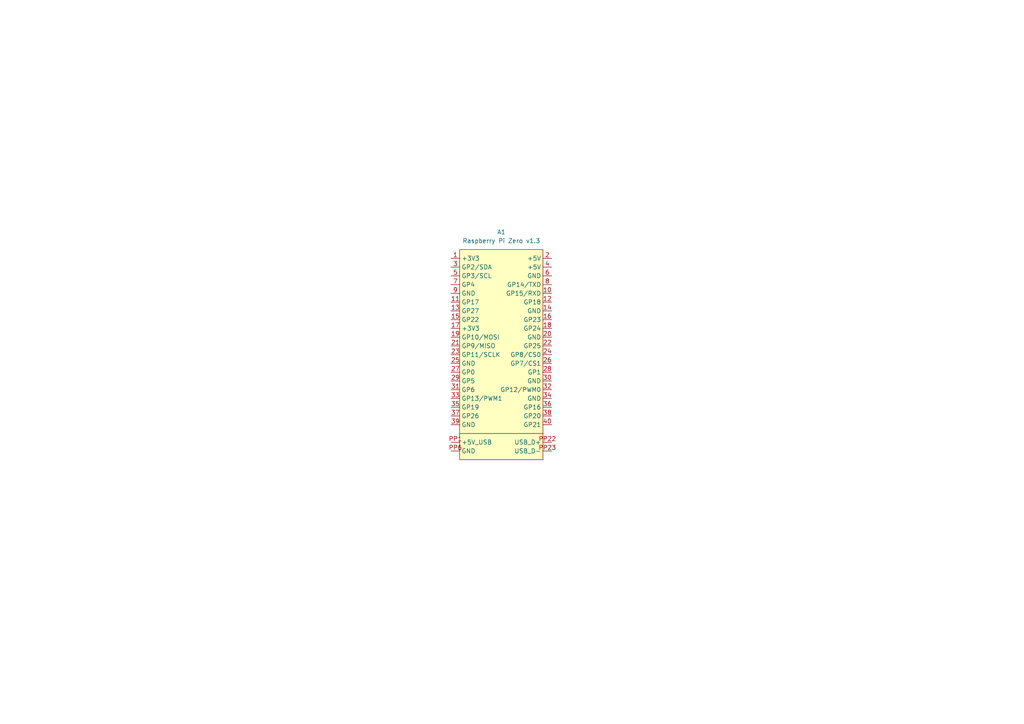
<source format=kicad_sch>
(kicad_sch (version 20231120) (generator "eeschema") (generator_version "8.0")
  (paper "A4")
  (lib_symbols
    (symbol "Raspberry_Pi_Zero_v.1.3_Hat:Raspberry_Pi_Zero_v.1.3_Hat"
      (property "Reference" "A" (at 3.048 3.81 0))
      (property "Value" "Raspberry Pi Zero v1.3" (at 13.462 -60.198 0))
      (symbol "Raspberry_Pi_Zero_v.1.3_Hat_1_1"
        (polyline (pts (xy 2.54 -50.8) (xy 26.67 -50.8)))
        (rectangle (start 2.54 2.54) (end 26.67 -58.42) (fill (type background)))
        (pin input line (at 0 0 0) (length 2.54) (name "+3V3") (number "1"))
        (pin input line (at 29.21 -10.16 180) (length 2.54) (name "GP15/RXD") (number "10"))
        (pin input line (at 0 -12.7 0) (length 2.54) (name "GP17") (number "11"))
        (pin input line (at 29.21 -12.7 180) (length 2.54) (name "GP18") (number "12"))
        (pin input line (at 0 -15.24 0) (length 2.54) (name "GP27") (number "13"))
        (pin input line (at 29.21 -15.24 180) (length 2.54) (name "GND") (number "14"))
        (pin input line (at 0 -17.78 0) (length 2.54) (name "GP22") (number "15"))
        (pin input line (at 29.21 -17.78 180) (length 2.54) (name "GP23") (number "16"))
        (pin input line (at 0 -20.32 0) (length 2.54) (name "+3V3") (number "17"))
        (pin input line (at 29.21 -20.32 180) (length 2.54) (name "GP24") (number "18"))
        (pin input line (at 0 -22.86 0) (length 2.54) (name "GP10/MOSI") (number "19"))
        (pin input line (at 29.21 0 180) (length 2.54) (name "+5V") (number "2"))
        (pin input line (at 29.21 -22.86 180) (length 2.54) (name "GND") (number "20"))
        (pin input line (at 0 -25.4 0) (length 2.54) (name "GP9/MISO") (number "21"))
        (pin input line (at 29.21 -25.4 180) (length 2.54) (name "GP25") (number "22"))
        (pin input line (at 0 -27.94 0) (length 2.54) (name "GP11/SCLK") (number "23"))
        (pin input line (at 29.21 -27.94 180) (length 2.54) (name "GP8/CS0") (number "24"))
        (pin input line (at 0 -30.48 0) (length 2.54) (name "GND") (number "25"))
        (pin input line (at 29.21 -30.48 180) (length 2.54) (name "GP7/CS1") (number "26"))
        (pin input line (at 0 -33.02 0) (length 2.54) (name "GP0") (number "27"))
        (pin input line (at 29.21 -33.02 180) (length 2.54) (name "GP1") (number "28"))
        (pin input line (at 0 -35.56 0) (length 2.54) (name "GP5") (number "29"))
        (pin input line (at 0 -2.54 0) (length 2.54) (name "GP2/SDA") (number "3"))
        (pin input line (at 29.21 -35.56 180) (length 2.54) (name "GND") (number "30"))
        (pin input line (at 0 -38.1 0) (length 2.54) (name "GP6") (number "31"))
        (pin input line (at 29.21 -38.1 180) (length 2.54) (name "GP12/PWM0") (number "32"))
        (pin input line (at 0 -40.64 0) (length 2.54) (name "GP13/PWM1") (number "33"))
        (pin input line (at 29.21 -40.64 180) (length 2.54) (name "GND") (number "34"))
        (pin input line (at 0 -43.18 0) (length 2.54) (name "GP19") (number "35"))
        (pin input line (at 29.21 -43.18 180) (length 2.54) (name "GP16") (number "36"))
        (pin input line (at 0 -45.72 0) (length 2.54) (name "GP26") (number "37"))
        (pin input line (at 29.21 -45.72 180) (length 2.54) (name "GP20") (number "38"))
        (pin input line (at 0 -48.26 0) (length 2.54) (name "GND") (number "39"))
        (pin input line (at 29.21 -2.54 180) (length 2.54) (name "+5V") (number "4"))
        (pin input line (at 29.21 -48.26 180) (length 2.54) (name "GP21") (number "40"))
        (pin input line (at 0 -5.08 0) (length 2.54) (name "GP3/SCL") (number "5"))
        (pin input line (at 29.21 -5.08 180) (length 2.54) (name "GND") (number "6"))
        (pin input line (at 0 -7.62 0) (length 2.54) (name "GP4") (number "7"))
        (pin input line (at 29.21 -7.62 180) (length 2.54) (name "GP14/TXD") (number "8"))
        (pin input line (at 0 -10.16 0) (length 2.54) (name "GND") (number "9"))
        (pin input line (at 0 -53.34 0) (length 2.54) (name "+5V_USB") (number "PP1"))
        (pin input line (at 29.21 -53.34 180) (length 2.54) (name "USB_D+") (number "PP22"))
        (pin input line (at 29.21 -55.88 180) (length 2.54) (name "USB_D-") (number "PP23"))
        (pin input line (at 0 -55.88 0) (length 2.54) (name "GND") (number "PP6"))
      )
    )
  )
  (symbol (lib_id "Raspberry_Pi_Zero_v.1.3_Hat:Raspberry_Pi_Zero_v.1.3_Hat") (at 130.81 74.93 0) (unit 1)
    (property "Reference" "A1" (at 145.415 67.31 0))
    (property "Value" "Raspberry Pi Zero v1.3" (at 145.415 69.85 0))
    (property "Footprint" "Raspberry_Pi_Zero_v.1.3_Hat:RASPI_ZERO_FULL" (effects (hide yes)))
    (property "Datasheet" "https://pinout.xyz/" (effects (hide yes)))
    (property "Description" "Raspberry Pi Zero v1.3" (effects (hide yes)))
  )
)
</source>
